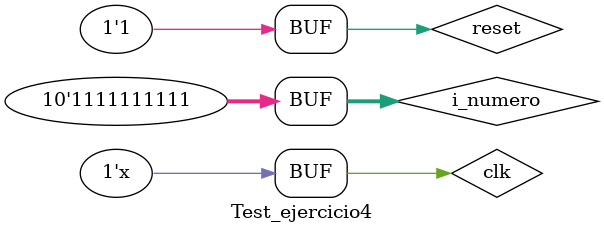
<source format=v>
`timescale 1ns / 1ps


module Test_ejercicio4;

	// Inputs
	reg [9:0] i_numero;
	reg reset;
	reg clk;

	// Outputs
	wire [7:0] o_leds;

	// Instantiate the Unit Under Test (UUT)
	Ejercicio4 uut (
		.i_numero(i_numero), 
		.o_leds(o_leds), 
		.reset(reset), 
		.clk(clk)
	);

	
	//Clock cada 10 us.
	always #10
	clk = ~clk;

	initial begin
		i_numero = 10'b0000000001;
		reset = 0;
		clk = 0;
		
		#20;
		
		i_numero = 10'b0000001111;
      
		#20;

		i_numero = 10'b0000000011;
		
		#20;
		
		i_numero = 10'b1111111111;
		reset = 1;
		
		#20;
		
		reset = 0;
		
		#20;
		
		i_numero = 10'b1111111111;
				
		#100;
		
		reset = 1;
	end
      
endmodule


</source>
